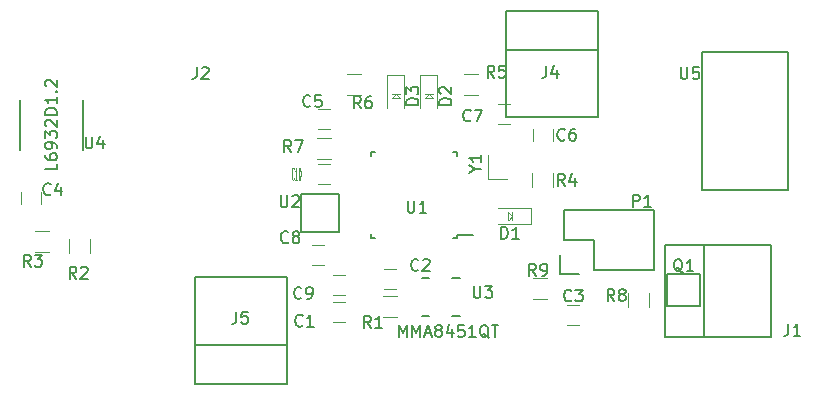
<source format=gbr>
G04 #@! TF.FileFunction,Legend,Top*
%FSLAX46Y46*%
G04 Gerber Fmt 4.6, Leading zero omitted, Abs format (unit mm)*
G04 Created by KiCad (PCBNEW 4.0.7-e2-6376~58~ubuntu16.04.1) date Mon Apr 16 12:45:48 2018*
%MOMM*%
%LPD*%
G01*
G04 APERTURE LIST*
%ADD10C,0.100000*%
%ADD11C,0.150000*%
%ADD12C,0.120000*%
%ADD13C,0.152400*%
%ADD14C,0.075000*%
G04 APERTURE END LIST*
D10*
D11*
X122465000Y-77421000D02*
X122465000Y-80731000D01*
X122465000Y-80731000D02*
X130265000Y-80731000D01*
X130265000Y-80731000D02*
X130265000Y-77421000D01*
X130265000Y-77421000D02*
X130265000Y-71699000D01*
X122465000Y-77421000D02*
X122465000Y-71699000D01*
X130265000Y-77421000D02*
X122465000Y-77421000D01*
X130265000Y-71699000D02*
X122465000Y-71699000D01*
X156582000Y-52444000D02*
X156582000Y-49134000D01*
X156582000Y-49134000D02*
X148782000Y-49134000D01*
X148782000Y-49134000D02*
X148782000Y-52444000D01*
X148782000Y-52444000D02*
X148782000Y-58166000D01*
X156582000Y-52444000D02*
X156582000Y-58166000D01*
X148782000Y-52444000D02*
X156582000Y-52444000D01*
X148782000Y-58166000D02*
X156582000Y-58166000D01*
X165530000Y-68970000D02*
X162220000Y-68970000D01*
X162220000Y-68970000D02*
X162220000Y-76770000D01*
X162220000Y-76770000D02*
X165530000Y-76770000D01*
X165530000Y-76770000D02*
X171252000Y-76770000D01*
X165530000Y-68970000D02*
X171252000Y-68970000D01*
X165530000Y-76770000D02*
X165530000Y-68970000D01*
X171252000Y-76770000D02*
X171252000Y-68970000D01*
X144595000Y-68395000D02*
X144595000Y-68170000D01*
X137345000Y-68395000D02*
X137345000Y-68070000D01*
X137345000Y-61145000D02*
X137345000Y-61470000D01*
X144595000Y-61145000D02*
X144595000Y-61470000D01*
X144595000Y-68395000D02*
X144270000Y-68395000D01*
X144595000Y-61145000D02*
X144270000Y-61145000D01*
X137345000Y-61145000D02*
X137670000Y-61145000D01*
X137345000Y-68395000D02*
X137670000Y-68395000D01*
X144595000Y-68170000D02*
X146020000Y-68170000D01*
D12*
X134120000Y-75526000D02*
X135120000Y-75526000D01*
X135120000Y-73826000D02*
X134120000Y-73826000D01*
X138438000Y-72732000D02*
X139438000Y-72732000D01*
X139438000Y-71032000D02*
X138438000Y-71032000D01*
X154932000Y-74080000D02*
X153932000Y-74080000D01*
X153932000Y-75780000D02*
X154932000Y-75780000D01*
X109435000Y-65524000D02*
X109435000Y-64524000D01*
X107735000Y-64524000D02*
X107735000Y-65524000D01*
X132850000Y-59143000D02*
X133850000Y-59143000D01*
X133850000Y-57443000D02*
X132850000Y-57443000D01*
X151042000Y-59190000D02*
X151042000Y-60190000D01*
X152742000Y-60190000D02*
X152742000Y-59190000D01*
X149090000Y-57062000D02*
X148090000Y-57062000D01*
X148090000Y-58762000D02*
X149090000Y-58762000D01*
D10*
X149298000Y-66198000D02*
X149298000Y-66548000D01*
X149298000Y-66548000D02*
X149298000Y-66898000D01*
X148948000Y-66198000D02*
X149298000Y-66548000D01*
X148948000Y-66248000D02*
X148948000Y-66198000D01*
X148948000Y-66198000D02*
X148948000Y-66248000D01*
X148948000Y-66898000D02*
X148948000Y-66248000D01*
X148998000Y-66848000D02*
X148948000Y-66898000D01*
X149298000Y-66548000D02*
X148998000Y-66848000D01*
D12*
X150898000Y-67248000D02*
X150898000Y-65848000D01*
X150898000Y-65848000D02*
X148098000Y-65848000D01*
X150898000Y-67248000D02*
X148098000Y-67248000D01*
D10*
X141890000Y-56188000D02*
X142240000Y-56188000D01*
X142240000Y-56188000D02*
X142590000Y-56188000D01*
X141890000Y-56538000D02*
X142240000Y-56188000D01*
X141940000Y-56538000D02*
X141890000Y-56538000D01*
X141890000Y-56538000D02*
X141940000Y-56538000D01*
X142590000Y-56538000D02*
X141940000Y-56538000D01*
X142540000Y-56488000D02*
X142590000Y-56538000D01*
X142240000Y-56188000D02*
X142540000Y-56488000D01*
D12*
X142940000Y-54588000D02*
X141540000Y-54588000D01*
X141540000Y-54588000D02*
X141540000Y-57388000D01*
X142940000Y-54588000D02*
X142940000Y-57388000D01*
D10*
X139096000Y-56188000D02*
X139446000Y-56188000D01*
X139446000Y-56188000D02*
X139796000Y-56188000D01*
X139096000Y-56538000D02*
X139446000Y-56188000D01*
X139146000Y-56538000D02*
X139096000Y-56538000D01*
X139096000Y-56538000D02*
X139146000Y-56538000D01*
X139796000Y-56538000D02*
X139146000Y-56538000D01*
X139746000Y-56488000D02*
X139796000Y-56538000D01*
X139446000Y-56188000D02*
X139746000Y-56488000D01*
D12*
X140146000Y-54588000D02*
X138746000Y-54588000D01*
X138746000Y-54588000D02*
X138746000Y-57388000D01*
X140146000Y-54588000D02*
X140146000Y-57388000D01*
D11*
X156210000Y-71120000D02*
X161290000Y-71120000D01*
X153390000Y-71400000D02*
X153390000Y-69850000D01*
X153670000Y-68580000D02*
X156210000Y-68580000D01*
X156210000Y-68580000D02*
X156210000Y-71120000D01*
X161290000Y-71120000D02*
X161290000Y-66040000D01*
X161290000Y-66040000D02*
X156210000Y-66040000D01*
X153390000Y-71400000D02*
X154940000Y-71400000D01*
X153670000Y-66040000D02*
X153670000Y-68580000D01*
X156210000Y-66040000D02*
X153670000Y-66040000D01*
D12*
X138338000Y-73288000D02*
X139538000Y-73288000D01*
X139538000Y-75048000D02*
X138338000Y-75048000D01*
X152772000Y-62900000D02*
X152772000Y-64100000D01*
X151012000Y-64100000D02*
X151012000Y-62900000D01*
X146396000Y-56252000D02*
X145196000Y-56252000D01*
X145196000Y-54492000D02*
X146396000Y-54492000D01*
X135290000Y-54492000D02*
X136490000Y-54492000D01*
X136490000Y-56252000D02*
X135290000Y-56252000D01*
X133950000Y-61713000D02*
X132750000Y-61713000D01*
X132750000Y-59953000D02*
X133950000Y-59953000D01*
X159140000Y-74260000D02*
X159140000Y-73060000D01*
X160900000Y-73060000D02*
X160900000Y-74260000D01*
X151038000Y-71764000D02*
X152238000Y-71764000D01*
X152238000Y-73524000D02*
X151038000Y-73524000D01*
D10*
X147282000Y-63384000D02*
X147282000Y-61384000D01*
X147282000Y-63384000D02*
X148882000Y-63384000D01*
D12*
X111769000Y-69688000D02*
X111769000Y-68488000D01*
X113529000Y-68488000D02*
X113529000Y-69688000D01*
X108874000Y-67827000D02*
X110074000Y-67827000D01*
X110074000Y-69587000D02*
X108874000Y-69587000D01*
D13*
X141630400Y-75031600D02*
X142270861Y-75031600D01*
X144241139Y-75031600D02*
X144881600Y-75031600D01*
X144881600Y-71780400D02*
X144241139Y-71780400D01*
X142270861Y-71780400D02*
X141630400Y-71780400D01*
X112928400Y-60934600D02*
X112928400Y-56667400D01*
X107670600Y-56667400D02*
X107670600Y-60934600D01*
D11*
X162427880Y-74109960D02*
X165226960Y-74109960D01*
X165226960Y-71468360D02*
X165226960Y-74109960D01*
X162430000Y-71470900D02*
X162430000Y-74110900D01*
X162430000Y-71470900D02*
X165230000Y-71470900D01*
D12*
X132358000Y-70700000D02*
X133358000Y-70700000D01*
X133358000Y-69000000D02*
X132358000Y-69000000D01*
X134120000Y-73240000D02*
X135120000Y-73240000D01*
X135120000Y-71540000D02*
X134120000Y-71540000D01*
X132850000Y-63842000D02*
X133850000Y-63842000D01*
X133850000Y-62142000D02*
X132850000Y-62142000D01*
D11*
X134666200Y-64834200D02*
X134666200Y-64681800D01*
X134666200Y-64681800D02*
X134513800Y-64681800D01*
X131465800Y-64808800D02*
X131465800Y-64681800D01*
X131465800Y-64681800D02*
X131542000Y-64681800D01*
X131567400Y-67882200D02*
X131465800Y-67882200D01*
X131465800Y-67882200D02*
X131465800Y-67755200D01*
X131465200Y-67832000D02*
X131465200Y-64732000D01*
X134641400Y-64681200D02*
X131541400Y-64681200D01*
X134666200Y-67806000D02*
X134666200Y-67882200D01*
X134666200Y-67882200D02*
X134615400Y-67882200D01*
X134666800Y-67832000D02*
X134666800Y-64732000D01*
X134616000Y-67883600D02*
X131516000Y-67883600D01*
X168996360Y-64333120D02*
X165379400Y-64338200D01*
X168996360Y-64333120D02*
X172648880Y-64343280D01*
X172648880Y-64343280D02*
X172648880Y-53182520D01*
X172648880Y-53182520D02*
X172648880Y-52816760D01*
X172648880Y-52816760D02*
X172648880Y-52654200D01*
X172648880Y-52654200D02*
X165359080Y-52649120D01*
X165359080Y-52649120D02*
X165399720Y-64267080D01*
X125955467Y-74636381D02*
X125955467Y-75350667D01*
X125907847Y-75493524D01*
X125812609Y-75588762D01*
X125669752Y-75636381D01*
X125574514Y-75636381D01*
X126907848Y-74636381D02*
X126431657Y-74636381D01*
X126384038Y-75112571D01*
X126431657Y-75064952D01*
X126526895Y-75017333D01*
X126764991Y-75017333D01*
X126860229Y-75064952D01*
X126907848Y-75112571D01*
X126955467Y-75207810D01*
X126955467Y-75445905D01*
X126907848Y-75541143D01*
X126860229Y-75588762D01*
X126764991Y-75636381D01*
X126526895Y-75636381D01*
X126431657Y-75588762D01*
X126384038Y-75541143D01*
X152193667Y-53808381D02*
X152193667Y-54522667D01*
X152146047Y-54665524D01*
X152050809Y-54760762D01*
X151907952Y-54808381D01*
X151812714Y-54808381D01*
X153098429Y-54141714D02*
X153098429Y-54808381D01*
X152860333Y-53760762D02*
X152622238Y-54475048D01*
X153241286Y-54475048D01*
X122602667Y-53935381D02*
X122602667Y-54649667D01*
X122555047Y-54792524D01*
X122459809Y-54887762D01*
X122316952Y-54935381D01*
X122221714Y-54935381D01*
X123031238Y-54030619D02*
X123078857Y-53983000D01*
X123174095Y-53935381D01*
X123412191Y-53935381D01*
X123507429Y-53983000D01*
X123555048Y-54030619D01*
X123602667Y-54125857D01*
X123602667Y-54221095D01*
X123555048Y-54363952D01*
X122983619Y-54935381D01*
X123602667Y-54935381D01*
X172696667Y-75652381D02*
X172696667Y-76366667D01*
X172649047Y-76509524D01*
X172553809Y-76604762D01*
X172410952Y-76652381D01*
X172315714Y-76652381D01*
X173696667Y-76652381D02*
X173125238Y-76652381D01*
X173410952Y-76652381D02*
X173410952Y-75652381D01*
X173315714Y-75795238D01*
X173220476Y-75890476D01*
X173125238Y-75938095D01*
X140462095Y-65238381D02*
X140462095Y-66047905D01*
X140509714Y-66143143D01*
X140557333Y-66190762D01*
X140652571Y-66238381D01*
X140843048Y-66238381D01*
X140938286Y-66190762D01*
X140985905Y-66143143D01*
X141033524Y-66047905D01*
X141033524Y-65238381D01*
X142033524Y-66238381D02*
X141462095Y-66238381D01*
X141747809Y-66238381D02*
X141747809Y-65238381D01*
X141652571Y-65381238D01*
X141557333Y-65476476D01*
X141462095Y-65524095D01*
X131557734Y-75795143D02*
X131510115Y-75842762D01*
X131367258Y-75890381D01*
X131272020Y-75890381D01*
X131129162Y-75842762D01*
X131033924Y-75747524D01*
X130986305Y-75652286D01*
X130938686Y-75461810D01*
X130938686Y-75318952D01*
X130986305Y-75128476D01*
X131033924Y-75033238D01*
X131129162Y-74938000D01*
X131272020Y-74890381D01*
X131367258Y-74890381D01*
X131510115Y-74938000D01*
X131557734Y-74985619D01*
X132510115Y-75890381D02*
X131938686Y-75890381D01*
X132224400Y-75890381D02*
X132224400Y-74890381D01*
X132129162Y-75033238D01*
X132033924Y-75128476D01*
X131938686Y-75176095D01*
X141362134Y-71070743D02*
X141314515Y-71118362D01*
X141171658Y-71165981D01*
X141076420Y-71165981D01*
X140933562Y-71118362D01*
X140838324Y-71023124D01*
X140790705Y-70927886D01*
X140743086Y-70737410D01*
X140743086Y-70594552D01*
X140790705Y-70404076D01*
X140838324Y-70308838D01*
X140933562Y-70213600D01*
X141076420Y-70165981D01*
X141171658Y-70165981D01*
X141314515Y-70213600D01*
X141362134Y-70261219D01*
X141743086Y-70261219D02*
X141790705Y-70213600D01*
X141885943Y-70165981D01*
X142124039Y-70165981D01*
X142219277Y-70213600D01*
X142266896Y-70261219D01*
X142314515Y-70356457D01*
X142314515Y-70451695D01*
X142266896Y-70594552D01*
X141695467Y-71165981D01*
X142314515Y-71165981D01*
X154316134Y-73661543D02*
X154268515Y-73709162D01*
X154125658Y-73756781D01*
X154030420Y-73756781D01*
X153887562Y-73709162D01*
X153792324Y-73613924D01*
X153744705Y-73518686D01*
X153697086Y-73328210D01*
X153697086Y-73185352D01*
X153744705Y-72994876D01*
X153792324Y-72899638D01*
X153887562Y-72804400D01*
X154030420Y-72756781D01*
X154125658Y-72756781D01*
X154268515Y-72804400D01*
X154316134Y-72852019D01*
X154649467Y-72756781D02*
X155268515Y-72756781D01*
X154935181Y-73137733D01*
X155078039Y-73137733D01*
X155173277Y-73185352D01*
X155220896Y-73232971D01*
X155268515Y-73328210D01*
X155268515Y-73566305D01*
X155220896Y-73661543D01*
X155173277Y-73709162D01*
X155078039Y-73756781D01*
X154792324Y-73756781D01*
X154697086Y-73709162D01*
X154649467Y-73661543D01*
X110221734Y-64669943D02*
X110174115Y-64717562D01*
X110031258Y-64765181D01*
X109936020Y-64765181D01*
X109793162Y-64717562D01*
X109697924Y-64622324D01*
X109650305Y-64527086D01*
X109602686Y-64336610D01*
X109602686Y-64193752D01*
X109650305Y-64003276D01*
X109697924Y-63908038D01*
X109793162Y-63812800D01*
X109936020Y-63765181D01*
X110031258Y-63765181D01*
X110174115Y-63812800D01*
X110221734Y-63860419D01*
X111078877Y-64098514D02*
X111078877Y-64765181D01*
X110840781Y-63717562D02*
X110602686Y-64431848D01*
X111221734Y-64431848D01*
X132218134Y-57202343D02*
X132170515Y-57249962D01*
X132027658Y-57297581D01*
X131932420Y-57297581D01*
X131789562Y-57249962D01*
X131694324Y-57154724D01*
X131646705Y-57059486D01*
X131599086Y-56869010D01*
X131599086Y-56726152D01*
X131646705Y-56535676D01*
X131694324Y-56440438D01*
X131789562Y-56345200D01*
X131932420Y-56297581D01*
X132027658Y-56297581D01*
X132170515Y-56345200D01*
X132218134Y-56392819D01*
X133122896Y-56297581D02*
X132646705Y-56297581D01*
X132599086Y-56773771D01*
X132646705Y-56726152D01*
X132741943Y-56678533D01*
X132980039Y-56678533D01*
X133075277Y-56726152D01*
X133122896Y-56773771D01*
X133170515Y-56869010D01*
X133170515Y-57107105D01*
X133122896Y-57202343D01*
X133075277Y-57249962D01*
X132980039Y-57297581D01*
X132741943Y-57297581D01*
X132646705Y-57249962D01*
X132599086Y-57202343D01*
X153757334Y-60047143D02*
X153709715Y-60094762D01*
X153566858Y-60142381D01*
X153471620Y-60142381D01*
X153328762Y-60094762D01*
X153233524Y-59999524D01*
X153185905Y-59904286D01*
X153138286Y-59713810D01*
X153138286Y-59570952D01*
X153185905Y-59380476D01*
X153233524Y-59285238D01*
X153328762Y-59190000D01*
X153471620Y-59142381D01*
X153566858Y-59142381D01*
X153709715Y-59190000D01*
X153757334Y-59237619D01*
X154614477Y-59142381D02*
X154424000Y-59142381D01*
X154328762Y-59190000D01*
X154281143Y-59237619D01*
X154185905Y-59380476D01*
X154138286Y-59570952D01*
X154138286Y-59951905D01*
X154185905Y-60047143D01*
X154233524Y-60094762D01*
X154328762Y-60142381D01*
X154519239Y-60142381D01*
X154614477Y-60094762D01*
X154662096Y-60047143D01*
X154709715Y-59951905D01*
X154709715Y-59713810D01*
X154662096Y-59618571D01*
X154614477Y-59570952D01*
X154519239Y-59523333D01*
X154328762Y-59523333D01*
X154233524Y-59570952D01*
X154185905Y-59618571D01*
X154138286Y-59713810D01*
X145781734Y-58421543D02*
X145734115Y-58469162D01*
X145591258Y-58516781D01*
X145496020Y-58516781D01*
X145353162Y-58469162D01*
X145257924Y-58373924D01*
X145210305Y-58278686D01*
X145162686Y-58088210D01*
X145162686Y-57945352D01*
X145210305Y-57754876D01*
X145257924Y-57659638D01*
X145353162Y-57564400D01*
X145496020Y-57516781D01*
X145591258Y-57516781D01*
X145734115Y-57564400D01*
X145781734Y-57612019D01*
X146115067Y-57516781D02*
X146781734Y-57516781D01*
X146353162Y-58516781D01*
X148359905Y-68450381D02*
X148359905Y-67450381D01*
X148598000Y-67450381D01*
X148740858Y-67498000D01*
X148836096Y-67593238D01*
X148883715Y-67688476D01*
X148931334Y-67878952D01*
X148931334Y-68021810D01*
X148883715Y-68212286D01*
X148836096Y-68307524D01*
X148740858Y-68402762D01*
X148598000Y-68450381D01*
X148359905Y-68450381D01*
X149883715Y-68450381D02*
X149312286Y-68450381D01*
X149598000Y-68450381D02*
X149598000Y-67450381D01*
X149502762Y-67593238D01*
X149407524Y-67688476D01*
X149312286Y-67736095D01*
X144142381Y-57126095D02*
X143142381Y-57126095D01*
X143142381Y-56888000D01*
X143190000Y-56745142D01*
X143285238Y-56649904D01*
X143380476Y-56602285D01*
X143570952Y-56554666D01*
X143713810Y-56554666D01*
X143904286Y-56602285D01*
X143999524Y-56649904D01*
X144094762Y-56745142D01*
X144142381Y-56888000D01*
X144142381Y-57126095D01*
X143237619Y-56173714D02*
X143190000Y-56126095D01*
X143142381Y-56030857D01*
X143142381Y-55792761D01*
X143190000Y-55697523D01*
X143237619Y-55649904D01*
X143332857Y-55602285D01*
X143428095Y-55602285D01*
X143570952Y-55649904D01*
X144142381Y-56221333D01*
X144142381Y-55602285D01*
X141348381Y-57126095D02*
X140348381Y-57126095D01*
X140348381Y-56888000D01*
X140396000Y-56745142D01*
X140491238Y-56649904D01*
X140586476Y-56602285D01*
X140776952Y-56554666D01*
X140919810Y-56554666D01*
X141110286Y-56602285D01*
X141205524Y-56649904D01*
X141300762Y-56745142D01*
X141348381Y-56888000D01*
X141348381Y-57126095D01*
X140348381Y-56221333D02*
X140348381Y-55602285D01*
X140729333Y-55935619D01*
X140729333Y-55792761D01*
X140776952Y-55697523D01*
X140824571Y-55649904D01*
X140919810Y-55602285D01*
X141157905Y-55602285D01*
X141253143Y-55649904D01*
X141300762Y-55697523D01*
X141348381Y-55792761D01*
X141348381Y-56078476D01*
X141300762Y-56173714D01*
X141253143Y-56221333D01*
X159535905Y-65730381D02*
X159535905Y-64730381D01*
X159916858Y-64730381D01*
X160012096Y-64778000D01*
X160059715Y-64825619D01*
X160107334Y-64920857D01*
X160107334Y-65063714D01*
X160059715Y-65158952D01*
X160012096Y-65206571D01*
X159916858Y-65254190D01*
X159535905Y-65254190D01*
X161059715Y-65730381D02*
X160488286Y-65730381D01*
X160774000Y-65730381D02*
X160774000Y-64730381D01*
X160678762Y-64873238D01*
X160583524Y-64968476D01*
X160488286Y-65016095D01*
X137348934Y-75991981D02*
X137015600Y-75515790D01*
X136777505Y-75991981D02*
X136777505Y-74991981D01*
X137158458Y-74991981D01*
X137253696Y-75039600D01*
X137301315Y-75087219D01*
X137348934Y-75182457D01*
X137348934Y-75325314D01*
X137301315Y-75420552D01*
X137253696Y-75468171D01*
X137158458Y-75515790D01*
X136777505Y-75515790D01*
X138301315Y-75991981D02*
X137729886Y-75991981D01*
X138015600Y-75991981D02*
X138015600Y-74991981D01*
X137920362Y-75134838D01*
X137825124Y-75230076D01*
X137729886Y-75277695D01*
X153757334Y-63952381D02*
X153424000Y-63476190D01*
X153185905Y-63952381D02*
X153185905Y-62952381D01*
X153566858Y-62952381D01*
X153662096Y-63000000D01*
X153709715Y-63047619D01*
X153757334Y-63142857D01*
X153757334Y-63285714D01*
X153709715Y-63380952D01*
X153662096Y-63428571D01*
X153566858Y-63476190D01*
X153185905Y-63476190D01*
X154614477Y-63285714D02*
X154614477Y-63952381D01*
X154376381Y-62904762D02*
X154138286Y-63619048D01*
X154757334Y-63619048D01*
X147788334Y-54808381D02*
X147455000Y-54332190D01*
X147216905Y-54808381D02*
X147216905Y-53808381D01*
X147597858Y-53808381D01*
X147693096Y-53856000D01*
X147740715Y-53903619D01*
X147788334Y-53998857D01*
X147788334Y-54141714D01*
X147740715Y-54236952D01*
X147693096Y-54284571D01*
X147597858Y-54332190D01*
X147216905Y-54332190D01*
X148693096Y-53808381D02*
X148216905Y-53808381D01*
X148169286Y-54284571D01*
X148216905Y-54236952D01*
X148312143Y-54189333D01*
X148550239Y-54189333D01*
X148645477Y-54236952D01*
X148693096Y-54284571D01*
X148740715Y-54379810D01*
X148740715Y-54617905D01*
X148693096Y-54713143D01*
X148645477Y-54760762D01*
X148550239Y-54808381D01*
X148312143Y-54808381D01*
X148216905Y-54760762D01*
X148169286Y-54713143D01*
X136485334Y-57399181D02*
X136152000Y-56922990D01*
X135913905Y-57399181D02*
X135913905Y-56399181D01*
X136294858Y-56399181D01*
X136390096Y-56446800D01*
X136437715Y-56494419D01*
X136485334Y-56589657D01*
X136485334Y-56732514D01*
X136437715Y-56827752D01*
X136390096Y-56875371D01*
X136294858Y-56922990D01*
X135913905Y-56922990D01*
X137342477Y-56399181D02*
X137152000Y-56399181D01*
X137056762Y-56446800D01*
X137009143Y-56494419D01*
X136913905Y-56637276D01*
X136866286Y-56827752D01*
X136866286Y-57208705D01*
X136913905Y-57303943D01*
X136961524Y-57351562D01*
X137056762Y-57399181D01*
X137247239Y-57399181D01*
X137342477Y-57351562D01*
X137390096Y-57303943D01*
X137437715Y-57208705D01*
X137437715Y-56970610D01*
X137390096Y-56875371D01*
X137342477Y-56827752D01*
X137247239Y-56780133D01*
X137056762Y-56780133D01*
X136961524Y-56827752D01*
X136913905Y-56875371D01*
X136866286Y-56970610D01*
X130592534Y-61107581D02*
X130259200Y-60631390D01*
X130021105Y-61107581D02*
X130021105Y-60107581D01*
X130402058Y-60107581D01*
X130497296Y-60155200D01*
X130544915Y-60202819D01*
X130592534Y-60298057D01*
X130592534Y-60440914D01*
X130544915Y-60536152D01*
X130497296Y-60583771D01*
X130402058Y-60631390D01*
X130021105Y-60631390D01*
X130925867Y-60107581D02*
X131592534Y-60107581D01*
X131163962Y-61107581D01*
X157948334Y-73731381D02*
X157615000Y-73255190D01*
X157376905Y-73731381D02*
X157376905Y-72731381D01*
X157757858Y-72731381D01*
X157853096Y-72779000D01*
X157900715Y-72826619D01*
X157948334Y-72921857D01*
X157948334Y-73064714D01*
X157900715Y-73159952D01*
X157853096Y-73207571D01*
X157757858Y-73255190D01*
X157376905Y-73255190D01*
X158519762Y-73159952D02*
X158424524Y-73112333D01*
X158376905Y-73064714D01*
X158329286Y-72969476D01*
X158329286Y-72921857D01*
X158376905Y-72826619D01*
X158424524Y-72779000D01*
X158519762Y-72731381D01*
X158710239Y-72731381D01*
X158805477Y-72779000D01*
X158853096Y-72826619D01*
X158900715Y-72921857D01*
X158900715Y-72969476D01*
X158853096Y-73064714D01*
X158805477Y-73112333D01*
X158710239Y-73159952D01*
X158519762Y-73159952D01*
X158424524Y-73207571D01*
X158376905Y-73255190D01*
X158329286Y-73350429D01*
X158329286Y-73540905D01*
X158376905Y-73636143D01*
X158424524Y-73683762D01*
X158519762Y-73731381D01*
X158710239Y-73731381D01*
X158805477Y-73683762D01*
X158853096Y-73636143D01*
X158900715Y-73540905D01*
X158900715Y-73350429D01*
X158853096Y-73255190D01*
X158805477Y-73207571D01*
X158710239Y-73159952D01*
X151318934Y-71572381D02*
X150985600Y-71096190D01*
X150747505Y-71572381D02*
X150747505Y-70572381D01*
X151128458Y-70572381D01*
X151223696Y-70620000D01*
X151271315Y-70667619D01*
X151318934Y-70762857D01*
X151318934Y-70905714D01*
X151271315Y-71000952D01*
X151223696Y-71048571D01*
X151128458Y-71096190D01*
X150747505Y-71096190D01*
X151795124Y-71572381D02*
X151985600Y-71572381D01*
X152080839Y-71524762D01*
X152128458Y-71477143D01*
X152223696Y-71334286D01*
X152271315Y-71143810D01*
X152271315Y-70762857D01*
X152223696Y-70667619D01*
X152176077Y-70620000D01*
X152080839Y-70572381D01*
X151890362Y-70572381D01*
X151795124Y-70620000D01*
X151747505Y-70667619D01*
X151699886Y-70762857D01*
X151699886Y-71000952D01*
X151747505Y-71096190D01*
X151795124Y-71143810D01*
X151890362Y-71191429D01*
X152080839Y-71191429D01*
X152176077Y-71143810D01*
X152223696Y-71096190D01*
X152271315Y-71000952D01*
X146196270Y-62535831D02*
X146672461Y-62535831D01*
X145672461Y-62869164D02*
X146196270Y-62535831D01*
X145672461Y-62202497D01*
X146672461Y-61345354D02*
X146672461Y-61916783D01*
X146672461Y-61631069D02*
X145672461Y-61631069D01*
X145815318Y-61726307D01*
X145910556Y-61821545D01*
X145958175Y-61916783D01*
X112406134Y-71826381D02*
X112072800Y-71350190D01*
X111834705Y-71826381D02*
X111834705Y-70826381D01*
X112215658Y-70826381D01*
X112310896Y-70874000D01*
X112358515Y-70921619D01*
X112406134Y-71016857D01*
X112406134Y-71159714D01*
X112358515Y-71254952D01*
X112310896Y-71302571D01*
X112215658Y-71350190D01*
X111834705Y-71350190D01*
X112787086Y-70921619D02*
X112834705Y-70874000D01*
X112929943Y-70826381D01*
X113168039Y-70826381D01*
X113263277Y-70874000D01*
X113310896Y-70921619D01*
X113358515Y-71016857D01*
X113358515Y-71112095D01*
X113310896Y-71254952D01*
X112739467Y-71826381D01*
X113358515Y-71826381D01*
X108545334Y-70810381D02*
X108212000Y-70334190D01*
X107973905Y-70810381D02*
X107973905Y-69810381D01*
X108354858Y-69810381D01*
X108450096Y-69858000D01*
X108497715Y-69905619D01*
X108545334Y-70000857D01*
X108545334Y-70143714D01*
X108497715Y-70238952D01*
X108450096Y-70286571D01*
X108354858Y-70334190D01*
X107973905Y-70334190D01*
X108878667Y-69810381D02*
X109497715Y-69810381D01*
X109164381Y-70191333D01*
X109307239Y-70191333D01*
X109402477Y-70238952D01*
X109450096Y-70286571D01*
X109497715Y-70381810D01*
X109497715Y-70619905D01*
X109450096Y-70715143D01*
X109402477Y-70762762D01*
X109307239Y-70810381D01*
X109021524Y-70810381D01*
X108926286Y-70762762D01*
X108878667Y-70715143D01*
X146050095Y-72451981D02*
X146050095Y-73261505D01*
X146097714Y-73356743D01*
X146145333Y-73404362D01*
X146240571Y-73451981D01*
X146431048Y-73451981D01*
X146526286Y-73404362D01*
X146573905Y-73356743D01*
X146621524Y-73261505D01*
X146621524Y-72451981D01*
X147002476Y-72451981D02*
X147621524Y-72451981D01*
X147288190Y-72832933D01*
X147431048Y-72832933D01*
X147526286Y-72880552D01*
X147573905Y-72928171D01*
X147621524Y-73023410D01*
X147621524Y-73261505D01*
X147573905Y-73356743D01*
X147526286Y-73404362D01*
X147431048Y-73451981D01*
X147145333Y-73451981D01*
X147050095Y-73404362D01*
X147002476Y-73356743D01*
X139697343Y-76763382D02*
X139697343Y-75763382D01*
X140030677Y-76477668D01*
X140364010Y-75763382D01*
X140364010Y-76763382D01*
X140840200Y-76763382D02*
X140840200Y-75763382D01*
X141173534Y-76477668D01*
X141506867Y-75763382D01*
X141506867Y-76763382D01*
X141935438Y-76477668D02*
X142411629Y-76477668D01*
X141840200Y-76763382D02*
X142173533Y-75763382D01*
X142506867Y-76763382D01*
X142983057Y-76191953D02*
X142887819Y-76144334D01*
X142840200Y-76096715D01*
X142792581Y-76001477D01*
X142792581Y-75953858D01*
X142840200Y-75858620D01*
X142887819Y-75811001D01*
X142983057Y-75763382D01*
X143173534Y-75763382D01*
X143268772Y-75811001D01*
X143316391Y-75858620D01*
X143364010Y-75953858D01*
X143364010Y-76001477D01*
X143316391Y-76096715D01*
X143268772Y-76144334D01*
X143173534Y-76191953D01*
X142983057Y-76191953D01*
X142887819Y-76239572D01*
X142840200Y-76287191D01*
X142792581Y-76382430D01*
X142792581Y-76572906D01*
X142840200Y-76668144D01*
X142887819Y-76715763D01*
X142983057Y-76763382D01*
X143173534Y-76763382D01*
X143268772Y-76715763D01*
X143316391Y-76668144D01*
X143364010Y-76572906D01*
X143364010Y-76382430D01*
X143316391Y-76287191D01*
X143268772Y-76239572D01*
X143173534Y-76191953D01*
X144221153Y-76096715D02*
X144221153Y-76763382D01*
X143983057Y-75715763D02*
X143744962Y-76430049D01*
X144364010Y-76430049D01*
X145221153Y-75763382D02*
X144744962Y-75763382D01*
X144697343Y-76239572D01*
X144744962Y-76191953D01*
X144840200Y-76144334D01*
X145078296Y-76144334D01*
X145173534Y-76191953D01*
X145221153Y-76239572D01*
X145268772Y-76334811D01*
X145268772Y-76572906D01*
X145221153Y-76668144D01*
X145173534Y-76715763D01*
X145078296Y-76763382D01*
X144840200Y-76763382D01*
X144744962Y-76715763D01*
X144697343Y-76668144D01*
X146221153Y-76763382D02*
X145649724Y-76763382D01*
X145935438Y-76763382D02*
X145935438Y-75763382D01*
X145840200Y-75906239D01*
X145744962Y-76001477D01*
X145649724Y-76049096D01*
X147316391Y-76858620D02*
X147221153Y-76811001D01*
X147125915Y-76715763D01*
X146983058Y-76572906D01*
X146887819Y-76525287D01*
X146792581Y-76525287D01*
X146840200Y-76763382D02*
X146744962Y-76715763D01*
X146649724Y-76620525D01*
X146602105Y-76430049D01*
X146602105Y-76096715D01*
X146649724Y-75906239D01*
X146744962Y-75811001D01*
X146840200Y-75763382D01*
X147030677Y-75763382D01*
X147125915Y-75811001D01*
X147221153Y-75906239D01*
X147268772Y-76096715D01*
X147268772Y-76430049D01*
X147221153Y-76620525D01*
X147125915Y-76715763D01*
X147030677Y-76763382D01*
X146840200Y-76763382D01*
X147554486Y-75763382D02*
X148125915Y-75763382D01*
X147840200Y-76763382D02*
X147840200Y-75763382D01*
X113182495Y-59802781D02*
X113182495Y-60612305D01*
X113230114Y-60707543D01*
X113277733Y-60755162D01*
X113372971Y-60802781D01*
X113563448Y-60802781D01*
X113658686Y-60755162D01*
X113706305Y-60707543D01*
X113753924Y-60612305D01*
X113753924Y-59802781D01*
X114658686Y-60136114D02*
X114658686Y-60802781D01*
X114420590Y-59755162D02*
X114182495Y-60469448D01*
X114801543Y-60469448D01*
X110751881Y-62086714D02*
X110751881Y-62562905D01*
X109751881Y-62562905D01*
X109751881Y-61324809D02*
X109751881Y-61515286D01*
X109799500Y-61610524D01*
X109847119Y-61658143D01*
X109989976Y-61753381D01*
X110180452Y-61801000D01*
X110561405Y-61801000D01*
X110656643Y-61753381D01*
X110704262Y-61705762D01*
X110751881Y-61610524D01*
X110751881Y-61420047D01*
X110704262Y-61324809D01*
X110656643Y-61277190D01*
X110561405Y-61229571D01*
X110323310Y-61229571D01*
X110228071Y-61277190D01*
X110180452Y-61324809D01*
X110132833Y-61420047D01*
X110132833Y-61610524D01*
X110180452Y-61705762D01*
X110228071Y-61753381D01*
X110323310Y-61801000D01*
X110751881Y-60753381D02*
X110751881Y-60562905D01*
X110704262Y-60467666D01*
X110656643Y-60420047D01*
X110513786Y-60324809D01*
X110323310Y-60277190D01*
X109942357Y-60277190D01*
X109847119Y-60324809D01*
X109799500Y-60372428D01*
X109751881Y-60467666D01*
X109751881Y-60658143D01*
X109799500Y-60753381D01*
X109847119Y-60801000D01*
X109942357Y-60848619D01*
X110180452Y-60848619D01*
X110275690Y-60801000D01*
X110323310Y-60753381D01*
X110370929Y-60658143D01*
X110370929Y-60467666D01*
X110323310Y-60372428D01*
X110275690Y-60324809D01*
X110180452Y-60277190D01*
X109751881Y-59943857D02*
X109751881Y-59324809D01*
X110132833Y-59658143D01*
X110132833Y-59515285D01*
X110180452Y-59420047D01*
X110228071Y-59372428D01*
X110323310Y-59324809D01*
X110561405Y-59324809D01*
X110656643Y-59372428D01*
X110704262Y-59420047D01*
X110751881Y-59515285D01*
X110751881Y-59801000D01*
X110704262Y-59896238D01*
X110656643Y-59943857D01*
X109847119Y-58943857D02*
X109799500Y-58896238D01*
X109751881Y-58801000D01*
X109751881Y-58562904D01*
X109799500Y-58467666D01*
X109847119Y-58420047D01*
X109942357Y-58372428D01*
X110037595Y-58372428D01*
X110180452Y-58420047D01*
X110751881Y-58991476D01*
X110751881Y-58372428D01*
X110751881Y-57943857D02*
X109751881Y-57943857D01*
X109751881Y-57705762D01*
X109799500Y-57562904D01*
X109894738Y-57467666D01*
X109989976Y-57420047D01*
X110180452Y-57372428D01*
X110323310Y-57372428D01*
X110513786Y-57420047D01*
X110609024Y-57467666D01*
X110704262Y-57562904D01*
X110751881Y-57705762D01*
X110751881Y-57943857D01*
X110751881Y-56420047D02*
X110751881Y-56991476D01*
X110751881Y-56705762D02*
X109751881Y-56705762D01*
X109894738Y-56801000D01*
X109989976Y-56896238D01*
X110037595Y-56991476D01*
X110656643Y-55991476D02*
X110704262Y-55943857D01*
X110751881Y-55991476D01*
X110704262Y-56039095D01*
X110656643Y-55991476D01*
X110751881Y-55991476D01*
X109847119Y-55562905D02*
X109799500Y-55515286D01*
X109751881Y-55420048D01*
X109751881Y-55181952D01*
X109799500Y-55086714D01*
X109847119Y-55039095D01*
X109942357Y-54991476D01*
X110037595Y-54991476D01*
X110180452Y-55039095D01*
X110751881Y-55610524D01*
X110751881Y-54991476D01*
X163734762Y-71286619D02*
X163639524Y-71239000D01*
X163544286Y-71143762D01*
X163401429Y-71000905D01*
X163306190Y-70953286D01*
X163210952Y-70953286D01*
X163258571Y-71191381D02*
X163163333Y-71143762D01*
X163068095Y-71048524D01*
X163020476Y-70858048D01*
X163020476Y-70524714D01*
X163068095Y-70334238D01*
X163163333Y-70239000D01*
X163258571Y-70191381D01*
X163449048Y-70191381D01*
X163544286Y-70239000D01*
X163639524Y-70334238D01*
X163687143Y-70524714D01*
X163687143Y-70858048D01*
X163639524Y-71048524D01*
X163544286Y-71143762D01*
X163449048Y-71191381D01*
X163258571Y-71191381D01*
X164639524Y-71191381D02*
X164068095Y-71191381D01*
X164353809Y-71191381D02*
X164353809Y-70191381D01*
X164258571Y-70334238D01*
X164163333Y-70429476D01*
X164068095Y-70477095D01*
X130338534Y-68733943D02*
X130290915Y-68781562D01*
X130148058Y-68829181D01*
X130052820Y-68829181D01*
X129909962Y-68781562D01*
X129814724Y-68686324D01*
X129767105Y-68591086D01*
X129719486Y-68400610D01*
X129719486Y-68257752D01*
X129767105Y-68067276D01*
X129814724Y-67972038D01*
X129909962Y-67876800D01*
X130052820Y-67829181D01*
X130148058Y-67829181D01*
X130290915Y-67876800D01*
X130338534Y-67924419D01*
X130909962Y-68257752D02*
X130814724Y-68210133D01*
X130767105Y-68162514D01*
X130719486Y-68067276D01*
X130719486Y-68019657D01*
X130767105Y-67924419D01*
X130814724Y-67876800D01*
X130909962Y-67829181D01*
X131100439Y-67829181D01*
X131195677Y-67876800D01*
X131243296Y-67924419D01*
X131290915Y-68019657D01*
X131290915Y-68067276D01*
X131243296Y-68162514D01*
X131195677Y-68210133D01*
X131100439Y-68257752D01*
X130909962Y-68257752D01*
X130814724Y-68305371D01*
X130767105Y-68352990D01*
X130719486Y-68448229D01*
X130719486Y-68638705D01*
X130767105Y-68733943D01*
X130814724Y-68781562D01*
X130909962Y-68829181D01*
X131100439Y-68829181D01*
X131195677Y-68781562D01*
X131243296Y-68733943D01*
X131290915Y-68638705D01*
X131290915Y-68448229D01*
X131243296Y-68352990D01*
X131195677Y-68305371D01*
X131100439Y-68257752D01*
X131456134Y-73458343D02*
X131408515Y-73505962D01*
X131265658Y-73553581D01*
X131170420Y-73553581D01*
X131027562Y-73505962D01*
X130932324Y-73410724D01*
X130884705Y-73315486D01*
X130837086Y-73125010D01*
X130837086Y-72982152D01*
X130884705Y-72791676D01*
X130932324Y-72696438D01*
X131027562Y-72601200D01*
X131170420Y-72553581D01*
X131265658Y-72553581D01*
X131408515Y-72601200D01*
X131456134Y-72648819D01*
X131932324Y-73553581D02*
X132122800Y-73553581D01*
X132218039Y-73505962D01*
X132265658Y-73458343D01*
X132360896Y-73315486D01*
X132408515Y-73125010D01*
X132408515Y-72744057D01*
X132360896Y-72648819D01*
X132313277Y-72601200D01*
X132218039Y-72553581D01*
X132027562Y-72553581D01*
X131932324Y-72601200D01*
X131884705Y-72648819D01*
X131837086Y-72744057D01*
X131837086Y-72982152D01*
X131884705Y-73077390D01*
X131932324Y-73125010D01*
X132027562Y-73172629D01*
X132218039Y-73172629D01*
X132313277Y-73125010D01*
X132360896Y-73077390D01*
X132408515Y-72982152D01*
D14*
X130820343Y-63349143D02*
X130806057Y-63396762D01*
X130763200Y-63444381D01*
X130734629Y-63444381D01*
X130691772Y-63396762D01*
X130663200Y-63301524D01*
X130648915Y-63206286D01*
X130634629Y-63015810D01*
X130634629Y-62872952D01*
X130648915Y-62682476D01*
X130663200Y-62587238D01*
X130691772Y-62492000D01*
X130734629Y-62444381D01*
X130763200Y-62444381D01*
X130806057Y-62492000D01*
X130820343Y-62539619D01*
X131106057Y-63444381D02*
X130934629Y-63444381D01*
X131020343Y-63444381D02*
X131020343Y-62444381D01*
X130991772Y-62587238D01*
X130963200Y-62682476D01*
X130934629Y-62730095D01*
X131291771Y-62444381D02*
X131320343Y-62444381D01*
X131348914Y-62492000D01*
X131363200Y-62539619D01*
X131377486Y-62634857D01*
X131391771Y-62825333D01*
X131391771Y-63063429D01*
X131377486Y-63253905D01*
X131363200Y-63349143D01*
X131348914Y-63396762D01*
X131320343Y-63444381D01*
X131291771Y-63444381D01*
X131263200Y-63396762D01*
X131248914Y-63349143D01*
X131234629Y-63253905D01*
X131220343Y-63063429D01*
X131220343Y-62825333D01*
X131234629Y-62634857D01*
X131248914Y-62539619D01*
X131263200Y-62492000D01*
X131291771Y-62444381D01*
D11*
X129692495Y-64781181D02*
X129692495Y-65590705D01*
X129740114Y-65685943D01*
X129787733Y-65733562D01*
X129882971Y-65781181D01*
X130073448Y-65781181D01*
X130168686Y-65733562D01*
X130216305Y-65685943D01*
X130263924Y-65590705D01*
X130263924Y-64781181D01*
X130692495Y-64876419D02*
X130740114Y-64828800D01*
X130835352Y-64781181D01*
X131073448Y-64781181D01*
X131168686Y-64828800D01*
X131216305Y-64876419D01*
X131263924Y-64971657D01*
X131263924Y-65066895D01*
X131216305Y-65209752D01*
X130644876Y-65781181D01*
X131263924Y-65781181D01*
X163576095Y-53935381D02*
X163576095Y-54744905D01*
X163623714Y-54840143D01*
X163671333Y-54887762D01*
X163766571Y-54935381D01*
X163957048Y-54935381D01*
X164052286Y-54887762D01*
X164099905Y-54840143D01*
X164147524Y-54744905D01*
X164147524Y-53935381D01*
X165099905Y-53935381D02*
X164623714Y-53935381D01*
X164576095Y-54411571D01*
X164623714Y-54363952D01*
X164718952Y-54316333D01*
X164957048Y-54316333D01*
X165052286Y-54363952D01*
X165099905Y-54411571D01*
X165147524Y-54506810D01*
X165147524Y-54744905D01*
X165099905Y-54840143D01*
X165052286Y-54887762D01*
X164957048Y-54935381D01*
X164718952Y-54935381D01*
X164623714Y-54887762D01*
X164576095Y-54840143D01*
M02*

</source>
